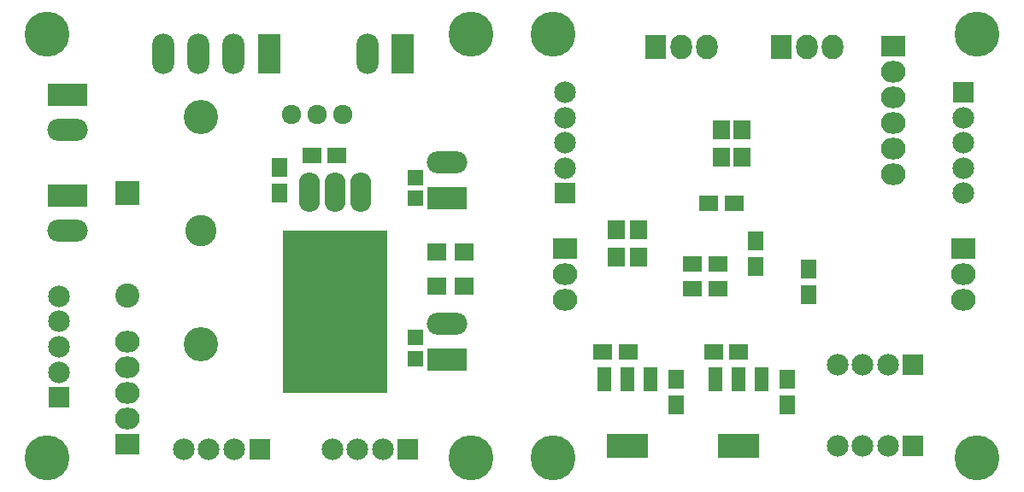
<source format=gbr>
G04 #@! TF.FileFunction,Soldermask,Bot*
%FSLAX46Y46*%
G04 Gerber Fmt 4.6, Leading zero omitted, Abs format (unit mm)*
G04 Created by KiCad (PCBNEW 4.0.5) date Thu Feb 16 15:30:16 2017*
%MOMM*%
%LPD*%
G01*
G04 APERTURE LIST*
%ADD10C,0.100000*%
%ADD11R,2.150000X2.150000*%
%ADD12C,2.150000*%
%ADD13O,2.099260X3.900120*%
%ADD14R,10.400000X16.150000*%
%ADD15C,1.924000*%
%ADD16R,1.900000X1.700000*%
%ADD17R,1.598880X1.598880*%
%ADD18C,3.400000*%
%ADD19C,3.100000*%
%ADD20R,4.000000X2.200000*%
%ADD21O,4.000000X2.200000*%
%ADD22R,1.650000X1.900000*%
%ADD23R,1.900000X1.650000*%
%ADD24C,2.398980*%
%ADD25R,2.398980X2.398980*%
%ADD26R,2.432000X2.127200*%
%ADD27O,2.432000X2.127200*%
%ADD28R,2.200000X4.000000*%
%ADD29O,2.200000X4.000000*%
%ADD30C,4.464000*%
%ADD31R,2.127200X2.432000*%
%ADD32O,2.127200X2.432000*%
%ADD33R,1.700000X1.900000*%
%ADD34R,4.057600X2.432000*%
%ADD35R,1.416000X2.432000*%
G04 APERTURE END LIST*
D10*
D11*
X125050000Y-95175000D03*
D12*
X122550000Y-95175000D03*
X120050000Y-95175000D03*
X117550000Y-95175000D03*
D13*
X132550000Y-69636000D03*
X135090000Y-69636000D03*
X130010000Y-69636000D03*
D14*
X132550000Y-81550000D03*
D15*
X135550000Y-83136000D03*
X135550000Y-81136000D03*
X135550000Y-79136000D03*
X135550000Y-77136000D03*
X135550000Y-75136000D03*
X133550000Y-77136000D03*
X133550000Y-75136000D03*
X133550000Y-79136000D03*
X133550000Y-81136000D03*
X133550000Y-83136000D03*
X131550000Y-75136000D03*
X129550000Y-79136000D03*
X131550000Y-79136000D03*
X131550000Y-77136000D03*
X129550000Y-75136000D03*
X129550000Y-77136000D03*
X129550000Y-81136000D03*
X131550000Y-83136000D03*
X131550000Y-81136000D03*
X129550000Y-83136000D03*
X135550000Y-85136000D03*
X135550000Y-87636000D03*
X129550000Y-85136000D03*
X129550000Y-87636000D03*
D16*
X145350000Y-75600000D03*
X142650000Y-75600000D03*
D17*
X140500000Y-70299020D03*
X140500000Y-68200980D03*
X140500000Y-84050980D03*
X140500000Y-86149020D03*
D16*
X145350000Y-79000000D03*
X142650000Y-79000000D03*
D18*
X119250000Y-84750000D03*
X119250000Y-62250000D03*
D19*
X119250000Y-73500000D03*
D20*
X143650000Y-86250000D03*
D21*
X143650000Y-82750000D03*
D11*
X139775000Y-95175000D03*
D12*
X137275000Y-95175000D03*
X134775000Y-95175000D03*
X132275000Y-95175000D03*
D11*
X105200000Y-90000000D03*
D12*
X105200000Y-87500000D03*
X105200000Y-85000000D03*
X105200000Y-82500000D03*
X105200000Y-80000000D03*
D22*
X127000000Y-69750000D03*
X127000000Y-67250000D03*
D23*
X132750000Y-66000000D03*
X130250000Y-66000000D03*
D24*
X112007620Y-79910000D03*
D25*
X112007620Y-69750000D03*
D26*
X112000000Y-94620000D03*
D27*
X112000000Y-92080000D03*
X112000000Y-89540000D03*
X112000000Y-87000000D03*
X112000000Y-84460000D03*
D15*
X130790000Y-62000000D03*
X128250000Y-62000000D03*
X133330000Y-62000000D03*
D20*
X106000000Y-60000000D03*
D21*
X106000000Y-63500000D03*
D20*
X106000000Y-70000000D03*
D21*
X106000000Y-73500000D03*
D28*
X126000000Y-56000000D03*
D29*
X122500000Y-56000000D03*
X119000000Y-56000000D03*
X115500000Y-56000000D03*
D28*
X139250000Y-56000000D03*
D29*
X135750000Y-56000000D03*
D20*
X143650000Y-70250000D03*
D21*
X143650000Y-66750000D03*
D30*
X104000000Y-96000000D03*
X104000000Y-54000000D03*
X146000000Y-96000000D03*
X146000000Y-54000000D03*
X196150000Y-54000000D03*
X154150000Y-54000000D03*
X154150000Y-96000000D03*
X196150000Y-96000000D03*
D11*
X189810000Y-86780000D03*
D12*
X187310000Y-86780000D03*
X184810000Y-86780000D03*
X182310000Y-86780000D03*
D22*
X177310000Y-88230000D03*
X177310000Y-90730000D03*
D23*
X172530000Y-85510000D03*
X170030000Y-85510000D03*
D22*
X166310000Y-88230000D03*
X166310000Y-90730000D03*
D23*
X161560000Y-85530000D03*
X159060000Y-85530000D03*
D11*
X155310000Y-69780000D03*
D12*
X155310000Y-67280000D03*
X155310000Y-64780000D03*
X155310000Y-62280000D03*
X155310000Y-59780000D03*
D26*
X155310000Y-75240000D03*
D27*
X155310000Y-77780000D03*
X155310000Y-80320000D03*
D11*
X194810000Y-59780000D03*
D12*
X194810000Y-62280000D03*
X194810000Y-64780000D03*
X194810000Y-67280000D03*
X194810000Y-69780000D03*
D26*
X194810000Y-75240000D03*
D27*
X194810000Y-77780000D03*
X194810000Y-80320000D03*
D26*
X187810000Y-55240000D03*
D27*
X187810000Y-57780000D03*
X187810000Y-60320000D03*
X187810000Y-62860000D03*
X187810000Y-65400000D03*
X187810000Y-67940000D03*
D11*
X189810000Y-94780000D03*
D12*
X187310000Y-94780000D03*
X184810000Y-94780000D03*
X182310000Y-94780000D03*
D31*
X164270000Y-55280000D03*
D32*
X166810000Y-55280000D03*
X169350000Y-55280000D03*
D31*
X176770000Y-55280000D03*
D32*
X179310000Y-55280000D03*
X181850000Y-55280000D03*
D33*
X160406106Y-76137512D03*
X160406106Y-73437512D03*
X162563572Y-76137512D03*
X162563572Y-73437512D03*
X172810000Y-63530000D03*
X172810000Y-66230000D03*
X170810000Y-66230000D03*
X170810000Y-63530000D03*
D34*
X172524000Y-94843112D03*
D35*
X172524000Y-88239112D03*
X174810000Y-88239112D03*
X170238000Y-88239112D03*
D34*
X161520000Y-94851112D03*
D35*
X161520000Y-88247112D03*
X163806000Y-88247112D03*
X159234000Y-88247112D03*
D23*
X170460000Y-76780000D03*
X167960000Y-76780000D03*
X170460000Y-79280000D03*
X167960000Y-79280000D03*
D22*
X174210000Y-74530000D03*
X174210000Y-77030000D03*
D23*
X169560000Y-70780000D03*
X172060000Y-70780000D03*
D22*
X179410000Y-77330000D03*
X179410000Y-79830000D03*
M02*

</source>
